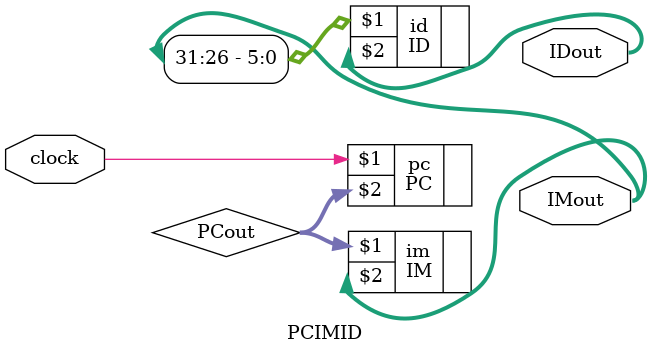
<source format=v>
module PCIMID(
	input  clock,
	output [31:0] IMout,
	output [8:0] IDout
	);
	
	wire [31:0] PCout;
	
	PC pc (clock, PCout);  
	IM im (PCout, IMout);
	ID id (IMout[31:26], IDout);

endmodule


</source>
